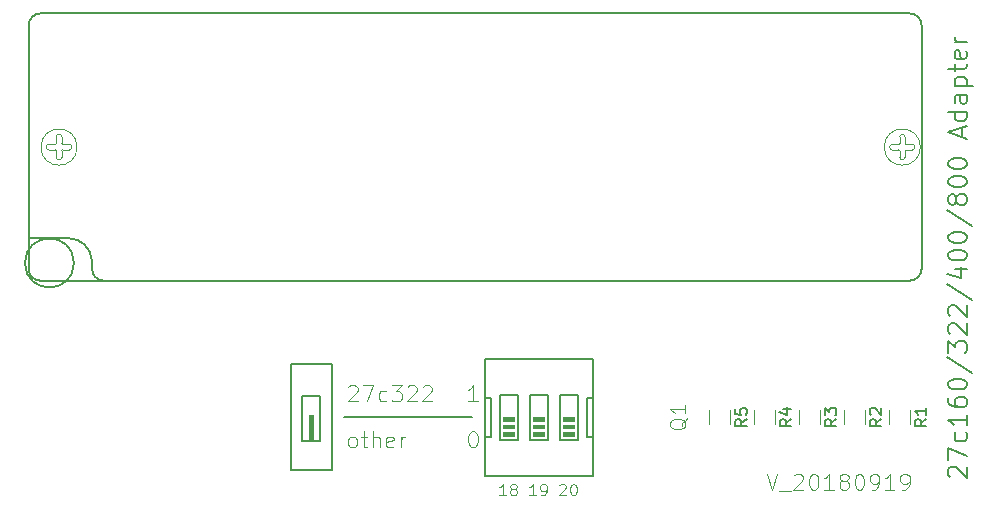
<source format=gbr>
G04 #@! TF.GenerationSoftware,KiCad,Pcbnew,(5.0.0)*
G04 #@! TF.CreationDate,2018-09-19T20:24:58-05:00*
G04 #@! TF.ProjectId,27C160_Adapter,3237433136305F416461707465722E6B,1.0*
G04 #@! TF.SameCoordinates,Original*
G04 #@! TF.FileFunction,Legend,Top*
G04 #@! TF.FilePolarity,Positive*
%FSLAX46Y46*%
G04 Gerber Fmt 4.6, Leading zero omitted, Abs format (unit mm)*
G04 Created by KiCad (PCBNEW (5.0.0)) date 09/19/18 20:24:58*
%MOMM*%
%LPD*%
G01*
G04 APERTURE LIST*
%ADD10C,0.113792*%
%ADD11C,0.134112*%
%ADD12C,0.081280*%
%ADD13C,0.150000*%
%ADD14C,0.120000*%
%ADD15C,0.152400*%
%ADD16C,0.100000*%
%ADD17C,0.127000*%
%ADD18C,0.203200*%
%ADD19C,0.101600*%
G04 APERTURE END LIST*
D10*
X170908438Y-123775893D02*
X171358864Y-125127173D01*
X171809291Y-123775893D01*
X171937984Y-125255866D02*
X172967531Y-125255866D01*
X173224918Y-123904586D02*
X173289264Y-123840240D01*
X173417958Y-123775893D01*
X173739691Y-123775893D01*
X173868384Y-123840240D01*
X173932731Y-123904586D01*
X173997078Y-124033280D01*
X173997078Y-124161973D01*
X173932731Y-124355013D01*
X173160571Y-125127173D01*
X173997078Y-125127173D01*
X174833584Y-123775893D02*
X174962278Y-123775893D01*
X175090971Y-123840240D01*
X175155318Y-123904586D01*
X175219664Y-124033280D01*
X175284011Y-124290666D01*
X175284011Y-124612400D01*
X175219664Y-124869786D01*
X175155318Y-124998480D01*
X175090971Y-125062826D01*
X174962278Y-125127173D01*
X174833584Y-125127173D01*
X174704891Y-125062826D01*
X174640544Y-124998480D01*
X174576198Y-124869786D01*
X174511851Y-124612400D01*
X174511851Y-124290666D01*
X174576198Y-124033280D01*
X174640544Y-123904586D01*
X174704891Y-123840240D01*
X174833584Y-123775893D01*
X176570944Y-125127173D02*
X175798784Y-125127173D01*
X176184864Y-125127173D02*
X176184864Y-123775893D01*
X176056171Y-123968933D01*
X175927478Y-124097626D01*
X175798784Y-124161973D01*
X177343104Y-124355013D02*
X177214411Y-124290666D01*
X177150064Y-124226320D01*
X177085718Y-124097626D01*
X177085718Y-124033280D01*
X177150064Y-123904586D01*
X177214411Y-123840240D01*
X177343104Y-123775893D01*
X177600491Y-123775893D01*
X177729184Y-123840240D01*
X177793531Y-123904586D01*
X177857878Y-124033280D01*
X177857878Y-124097626D01*
X177793531Y-124226320D01*
X177729184Y-124290666D01*
X177600491Y-124355013D01*
X177343104Y-124355013D01*
X177214411Y-124419360D01*
X177150064Y-124483706D01*
X177085718Y-124612400D01*
X177085718Y-124869786D01*
X177150064Y-124998480D01*
X177214411Y-125062826D01*
X177343104Y-125127173D01*
X177600491Y-125127173D01*
X177729184Y-125062826D01*
X177793531Y-124998480D01*
X177857878Y-124869786D01*
X177857878Y-124612400D01*
X177793531Y-124483706D01*
X177729184Y-124419360D01*
X177600491Y-124355013D01*
X178694384Y-123775893D02*
X178823078Y-123775893D01*
X178951771Y-123840240D01*
X179016118Y-123904586D01*
X179080464Y-124033280D01*
X179144811Y-124290666D01*
X179144811Y-124612400D01*
X179080464Y-124869786D01*
X179016118Y-124998480D01*
X178951771Y-125062826D01*
X178823078Y-125127173D01*
X178694384Y-125127173D01*
X178565691Y-125062826D01*
X178501344Y-124998480D01*
X178436998Y-124869786D01*
X178372651Y-124612400D01*
X178372651Y-124290666D01*
X178436998Y-124033280D01*
X178501344Y-123904586D01*
X178565691Y-123840240D01*
X178694384Y-123775893D01*
X179788278Y-125127173D02*
X180045664Y-125127173D01*
X180174358Y-125062826D01*
X180238704Y-124998480D01*
X180367398Y-124805440D01*
X180431744Y-124548053D01*
X180431744Y-124033280D01*
X180367398Y-123904586D01*
X180303051Y-123840240D01*
X180174358Y-123775893D01*
X179916971Y-123775893D01*
X179788278Y-123840240D01*
X179723931Y-123904586D01*
X179659584Y-124033280D01*
X179659584Y-124355013D01*
X179723931Y-124483706D01*
X179788278Y-124548053D01*
X179916971Y-124612400D01*
X180174358Y-124612400D01*
X180303051Y-124548053D01*
X180367398Y-124483706D01*
X180431744Y-124355013D01*
X181718678Y-125127173D02*
X180946518Y-125127173D01*
X181332598Y-125127173D02*
X181332598Y-123775893D01*
X181203904Y-123968933D01*
X181075211Y-124097626D01*
X180946518Y-124161973D01*
X182362144Y-125127173D02*
X182619531Y-125127173D01*
X182748224Y-125062826D01*
X182812571Y-124998480D01*
X182941264Y-124805440D01*
X183005611Y-124548053D01*
X183005611Y-124033280D01*
X182941264Y-123904586D01*
X182876918Y-123840240D01*
X182748224Y-123775893D01*
X182490838Y-123775893D01*
X182362144Y-123840240D01*
X182297798Y-123904586D01*
X182233451Y-124033280D01*
X182233451Y-124355013D01*
X182297798Y-124483706D01*
X182362144Y-124548053D01*
X182490838Y-124612400D01*
X182748224Y-124612400D01*
X182876918Y-124548053D01*
X182941264Y-124483706D01*
X183005611Y-124355013D01*
D11*
X186443257Y-124069478D02*
X186367420Y-123993641D01*
X186291582Y-123841967D01*
X186291582Y-123462781D01*
X186367420Y-123311107D01*
X186443257Y-123235270D01*
X186594931Y-123159432D01*
X186746605Y-123159432D01*
X186974117Y-123235270D01*
X187884162Y-124145315D01*
X187884162Y-123159432D01*
X186291582Y-122628572D02*
X186291582Y-121566852D01*
X187884162Y-122249387D01*
X187808325Y-120277621D02*
X187884162Y-120429295D01*
X187884162Y-120732644D01*
X187808325Y-120884318D01*
X187732488Y-120960155D01*
X187580814Y-121035992D01*
X187125791Y-121035992D01*
X186974117Y-120960155D01*
X186898280Y-120884318D01*
X186822442Y-120732644D01*
X186822442Y-120429295D01*
X186898280Y-120277621D01*
X187884162Y-118760878D02*
X187884162Y-119670924D01*
X187884162Y-119215901D02*
X186291582Y-119215901D01*
X186519094Y-119367575D01*
X186670768Y-119519250D01*
X186746605Y-119670924D01*
X186291582Y-117395810D02*
X186291582Y-117699158D01*
X186367420Y-117850832D01*
X186443257Y-117926670D01*
X186670768Y-118078344D01*
X186974117Y-118154181D01*
X187580814Y-118154181D01*
X187732488Y-118078344D01*
X187808325Y-118002507D01*
X187884162Y-117850832D01*
X187884162Y-117547484D01*
X187808325Y-117395810D01*
X187732488Y-117319972D01*
X187580814Y-117244135D01*
X187201628Y-117244135D01*
X187049954Y-117319972D01*
X186974117Y-117395810D01*
X186898280Y-117547484D01*
X186898280Y-117850832D01*
X186974117Y-118002507D01*
X187049954Y-118078344D01*
X187201628Y-118154181D01*
X186291582Y-116258252D02*
X186291582Y-116106578D01*
X186367420Y-115954904D01*
X186443257Y-115879067D01*
X186594931Y-115803230D01*
X186898280Y-115727392D01*
X187277465Y-115727392D01*
X187580814Y-115803230D01*
X187732488Y-115879067D01*
X187808325Y-115954904D01*
X187884162Y-116106578D01*
X187884162Y-116258252D01*
X187808325Y-116409927D01*
X187732488Y-116485764D01*
X187580814Y-116561601D01*
X187277465Y-116637438D01*
X186898280Y-116637438D01*
X186594931Y-116561601D01*
X186443257Y-116485764D01*
X186367420Y-116409927D01*
X186291582Y-116258252D01*
X186215745Y-113907301D02*
X188263348Y-115272370D01*
X186291582Y-113528115D02*
X186291582Y-112542232D01*
X186898280Y-113073092D01*
X186898280Y-112845581D01*
X186974117Y-112693907D01*
X187049954Y-112618070D01*
X187201628Y-112542232D01*
X187580814Y-112542232D01*
X187732488Y-112618070D01*
X187808325Y-112693907D01*
X187884162Y-112845581D01*
X187884162Y-113300604D01*
X187808325Y-113452278D01*
X187732488Y-113528115D01*
X186443257Y-111935535D02*
X186367420Y-111859698D01*
X186291582Y-111708024D01*
X186291582Y-111328838D01*
X186367420Y-111177164D01*
X186443257Y-111101327D01*
X186594931Y-111025490D01*
X186746605Y-111025490D01*
X186974117Y-111101327D01*
X187884162Y-112011372D01*
X187884162Y-111025490D01*
X186443257Y-110418792D02*
X186367420Y-110342955D01*
X186291582Y-110191281D01*
X186291582Y-109812095D01*
X186367420Y-109660421D01*
X186443257Y-109584584D01*
X186594931Y-109508747D01*
X186746605Y-109508747D01*
X186974117Y-109584584D01*
X187884162Y-110494630D01*
X187884162Y-109508747D01*
X186215745Y-107688655D02*
X188263348Y-109053724D01*
X186822442Y-106475261D02*
X187884162Y-106475261D01*
X186215745Y-106854447D02*
X187353302Y-107233632D01*
X187353302Y-106247750D01*
X186291582Y-105337704D02*
X186291582Y-105186030D01*
X186367420Y-105034355D01*
X186443257Y-104958518D01*
X186594931Y-104882681D01*
X186898280Y-104806844D01*
X187277465Y-104806844D01*
X187580814Y-104882681D01*
X187732488Y-104958518D01*
X187808325Y-105034355D01*
X187884162Y-105186030D01*
X187884162Y-105337704D01*
X187808325Y-105489378D01*
X187732488Y-105565215D01*
X187580814Y-105641052D01*
X187277465Y-105716890D01*
X186898280Y-105716890D01*
X186594931Y-105641052D01*
X186443257Y-105565215D01*
X186367420Y-105489378D01*
X186291582Y-105337704D01*
X186291582Y-103820961D02*
X186291582Y-103669287D01*
X186367420Y-103517612D01*
X186443257Y-103441775D01*
X186594931Y-103365938D01*
X186898280Y-103290101D01*
X187277465Y-103290101D01*
X187580814Y-103365938D01*
X187732488Y-103441775D01*
X187808325Y-103517612D01*
X187884162Y-103669287D01*
X187884162Y-103820961D01*
X187808325Y-103972635D01*
X187732488Y-104048472D01*
X187580814Y-104124310D01*
X187277465Y-104200147D01*
X186898280Y-104200147D01*
X186594931Y-104124310D01*
X186443257Y-104048472D01*
X186367420Y-103972635D01*
X186291582Y-103820961D01*
X186215745Y-101470010D02*
X188263348Y-102835078D01*
X186974117Y-100711638D02*
X186898280Y-100863312D01*
X186822442Y-100939150D01*
X186670768Y-101014987D01*
X186594931Y-101014987D01*
X186443257Y-100939150D01*
X186367420Y-100863312D01*
X186291582Y-100711638D01*
X186291582Y-100408290D01*
X186367420Y-100256615D01*
X186443257Y-100180778D01*
X186594931Y-100104941D01*
X186670768Y-100104941D01*
X186822442Y-100180778D01*
X186898280Y-100256615D01*
X186974117Y-100408290D01*
X186974117Y-100711638D01*
X187049954Y-100863312D01*
X187125791Y-100939150D01*
X187277465Y-101014987D01*
X187580814Y-101014987D01*
X187732488Y-100939150D01*
X187808325Y-100863312D01*
X187884162Y-100711638D01*
X187884162Y-100408290D01*
X187808325Y-100256615D01*
X187732488Y-100180778D01*
X187580814Y-100104941D01*
X187277465Y-100104941D01*
X187125791Y-100180778D01*
X187049954Y-100256615D01*
X186974117Y-100408290D01*
X186291582Y-99119058D02*
X186291582Y-98967384D01*
X186367420Y-98815710D01*
X186443257Y-98739872D01*
X186594931Y-98664035D01*
X186898280Y-98588198D01*
X187277465Y-98588198D01*
X187580814Y-98664035D01*
X187732488Y-98739872D01*
X187808325Y-98815710D01*
X187884162Y-98967384D01*
X187884162Y-99119058D01*
X187808325Y-99270732D01*
X187732488Y-99346570D01*
X187580814Y-99422407D01*
X187277465Y-99498244D01*
X186898280Y-99498244D01*
X186594931Y-99422407D01*
X186443257Y-99346570D01*
X186367420Y-99270732D01*
X186291582Y-99119058D01*
X186291582Y-97602315D02*
X186291582Y-97450641D01*
X186367420Y-97298967D01*
X186443257Y-97223130D01*
X186594931Y-97147292D01*
X186898280Y-97071455D01*
X187277465Y-97071455D01*
X187580814Y-97147292D01*
X187732488Y-97223130D01*
X187808325Y-97298967D01*
X187884162Y-97450641D01*
X187884162Y-97602315D01*
X187808325Y-97753990D01*
X187732488Y-97829827D01*
X187580814Y-97905664D01*
X187277465Y-97981501D01*
X186898280Y-97981501D01*
X186594931Y-97905664D01*
X186443257Y-97829827D01*
X186367420Y-97753990D01*
X186291582Y-97602315D01*
X187429140Y-95251364D02*
X187429140Y-94492992D01*
X187884162Y-95403038D02*
X186291582Y-94872178D01*
X187884162Y-94341318D01*
X187884162Y-93127924D02*
X186291582Y-93127924D01*
X187808325Y-93127924D02*
X187884162Y-93279598D01*
X187884162Y-93582947D01*
X187808325Y-93734621D01*
X187732488Y-93810458D01*
X187580814Y-93886295D01*
X187125791Y-93886295D01*
X186974117Y-93810458D01*
X186898280Y-93734621D01*
X186822442Y-93582947D01*
X186822442Y-93279598D01*
X186898280Y-93127924D01*
X187884162Y-91687018D02*
X187049954Y-91687018D01*
X186898280Y-91762855D01*
X186822442Y-91914530D01*
X186822442Y-92217878D01*
X186898280Y-92369552D01*
X187808325Y-91687018D02*
X187884162Y-91838692D01*
X187884162Y-92217878D01*
X187808325Y-92369552D01*
X187656651Y-92445390D01*
X187504977Y-92445390D01*
X187353302Y-92369552D01*
X187277465Y-92217878D01*
X187277465Y-91838692D01*
X187201628Y-91687018D01*
X186822442Y-90928647D02*
X188415022Y-90928647D01*
X186898280Y-90928647D02*
X186822442Y-90776972D01*
X186822442Y-90473624D01*
X186898280Y-90321950D01*
X186974117Y-90246112D01*
X187125791Y-90170275D01*
X187580814Y-90170275D01*
X187732488Y-90246112D01*
X187808325Y-90321950D01*
X187884162Y-90473624D01*
X187884162Y-90776972D01*
X187808325Y-90928647D01*
X186822442Y-89715252D02*
X186822442Y-89108555D01*
X186291582Y-89487741D02*
X187656651Y-89487741D01*
X187808325Y-89411904D01*
X187884162Y-89260230D01*
X187884162Y-89108555D01*
X187808325Y-87970998D02*
X187884162Y-88122672D01*
X187884162Y-88426021D01*
X187808325Y-88577695D01*
X187656651Y-88653532D01*
X187049954Y-88653532D01*
X186898280Y-88577695D01*
X186822442Y-88426021D01*
X186822442Y-88122672D01*
X186898280Y-87970998D01*
X187049954Y-87895161D01*
X187201628Y-87895161D01*
X187353302Y-88653532D01*
X187884162Y-87212627D02*
X186822442Y-87212627D01*
X187125791Y-87212627D02*
X186974117Y-87136790D01*
X186898280Y-87060952D01*
X186822442Y-86909278D01*
X186822442Y-86757604D01*
D12*
X148831082Y-125607838D02*
X148279539Y-125607838D01*
X148555310Y-125607838D02*
X148555310Y-124642638D01*
X148463387Y-124780523D01*
X148371463Y-124872447D01*
X148279539Y-124918409D01*
X149382625Y-125056295D02*
X149290701Y-125010333D01*
X149244739Y-124964371D01*
X149198777Y-124872447D01*
X149198777Y-124826485D01*
X149244739Y-124734561D01*
X149290701Y-124688600D01*
X149382625Y-124642638D01*
X149566472Y-124642638D01*
X149658396Y-124688600D01*
X149704358Y-124734561D01*
X149750320Y-124826485D01*
X149750320Y-124872447D01*
X149704358Y-124964371D01*
X149658396Y-125010333D01*
X149566472Y-125056295D01*
X149382625Y-125056295D01*
X149290701Y-125102257D01*
X149244739Y-125148219D01*
X149198777Y-125240142D01*
X149198777Y-125423990D01*
X149244739Y-125515914D01*
X149290701Y-125561876D01*
X149382625Y-125607838D01*
X149566472Y-125607838D01*
X149658396Y-125561876D01*
X149704358Y-125515914D01*
X149750320Y-125423990D01*
X149750320Y-125240142D01*
X149704358Y-125148219D01*
X149658396Y-125102257D01*
X149566472Y-125056295D01*
X151371082Y-125607838D02*
X150819539Y-125607838D01*
X151095310Y-125607838D02*
X151095310Y-124642638D01*
X151003387Y-124780523D01*
X150911463Y-124872447D01*
X150819539Y-124918409D01*
X151830701Y-125607838D02*
X152014548Y-125607838D01*
X152106472Y-125561876D01*
X152152434Y-125515914D01*
X152244358Y-125378028D01*
X152290320Y-125194180D01*
X152290320Y-124826485D01*
X152244358Y-124734561D01*
X152198396Y-124688600D01*
X152106472Y-124642638D01*
X151922625Y-124642638D01*
X151830701Y-124688600D01*
X151784739Y-124734561D01*
X151738777Y-124826485D01*
X151738777Y-125056295D01*
X151784739Y-125148219D01*
X151830701Y-125194180D01*
X151922625Y-125240142D01*
X152106472Y-125240142D01*
X152198396Y-125194180D01*
X152244358Y-125148219D01*
X152290320Y-125056295D01*
X153359539Y-124734561D02*
X153405501Y-124688600D01*
X153497425Y-124642638D01*
X153727234Y-124642638D01*
X153819158Y-124688600D01*
X153865120Y-124734561D01*
X153911082Y-124826485D01*
X153911082Y-124918409D01*
X153865120Y-125056295D01*
X153313577Y-125607838D01*
X153911082Y-125607838D01*
X154508587Y-124642638D02*
X154600510Y-124642638D01*
X154692434Y-124688600D01*
X154738396Y-124734561D01*
X154784358Y-124826485D01*
X154830320Y-125010333D01*
X154830320Y-125240142D01*
X154784358Y-125423990D01*
X154738396Y-125515914D01*
X154692434Y-125561876D01*
X154600510Y-125607838D01*
X154508587Y-125607838D01*
X154416663Y-125561876D01*
X154370701Y-125515914D01*
X154324739Y-125423990D01*
X154278777Y-125240142D01*
X154278777Y-125010333D01*
X154324739Y-124826485D01*
X154370701Y-124734561D01*
X154416663Y-124688600D01*
X154508587Y-124642638D01*
D13*
X135166100Y-118973600D02*
X145961100Y-118973600D01*
D10*
X135497451Y-116416666D02*
X135561798Y-116352320D01*
X135690491Y-116287973D01*
X136012224Y-116287973D01*
X136140918Y-116352320D01*
X136205264Y-116416666D01*
X136269611Y-116545360D01*
X136269611Y-116674053D01*
X136205264Y-116867093D01*
X135433104Y-117639253D01*
X136269611Y-117639253D01*
X136720038Y-116287973D02*
X137620891Y-116287973D01*
X137041771Y-117639253D01*
X138714784Y-117574906D02*
X138586091Y-117639253D01*
X138328704Y-117639253D01*
X138200011Y-117574906D01*
X138135664Y-117510560D01*
X138071318Y-117381866D01*
X138071318Y-116995786D01*
X138135664Y-116867093D01*
X138200011Y-116802746D01*
X138328704Y-116738400D01*
X138586091Y-116738400D01*
X138714784Y-116802746D01*
X139165211Y-116287973D02*
X140001718Y-116287973D01*
X139551291Y-116802746D01*
X139744331Y-116802746D01*
X139873024Y-116867093D01*
X139937371Y-116931440D01*
X140001718Y-117060133D01*
X140001718Y-117381866D01*
X139937371Y-117510560D01*
X139873024Y-117574906D01*
X139744331Y-117639253D01*
X139358251Y-117639253D01*
X139229558Y-117574906D01*
X139165211Y-117510560D01*
X140516491Y-116416666D02*
X140580838Y-116352320D01*
X140709531Y-116287973D01*
X141031264Y-116287973D01*
X141159958Y-116352320D01*
X141224304Y-116416666D01*
X141288651Y-116545360D01*
X141288651Y-116674053D01*
X141224304Y-116867093D01*
X140452144Y-117639253D01*
X141288651Y-117639253D01*
X141803424Y-116416666D02*
X141867771Y-116352320D01*
X141996464Y-116287973D01*
X142318198Y-116287973D01*
X142446891Y-116352320D01*
X142511238Y-116416666D01*
X142575584Y-116545360D01*
X142575584Y-116674053D01*
X142511238Y-116867093D01*
X141739078Y-117639253D01*
X142575584Y-117639253D01*
X135754838Y-121530533D02*
X135626144Y-121466186D01*
X135561798Y-121401840D01*
X135497451Y-121273146D01*
X135497451Y-120887066D01*
X135561798Y-120758373D01*
X135626144Y-120694026D01*
X135754838Y-120629680D01*
X135947878Y-120629680D01*
X136076571Y-120694026D01*
X136140918Y-120758373D01*
X136205264Y-120887066D01*
X136205264Y-121273146D01*
X136140918Y-121401840D01*
X136076571Y-121466186D01*
X135947878Y-121530533D01*
X135754838Y-121530533D01*
X136591344Y-120629680D02*
X137106118Y-120629680D01*
X136784384Y-120179253D02*
X136784384Y-121337493D01*
X136848731Y-121466186D01*
X136977424Y-121530533D01*
X137106118Y-121530533D01*
X137556544Y-121530533D02*
X137556544Y-120179253D01*
X138135664Y-121530533D02*
X138135664Y-120822720D01*
X138071318Y-120694026D01*
X137942624Y-120629680D01*
X137749584Y-120629680D01*
X137620891Y-120694026D01*
X137556544Y-120758373D01*
X139293904Y-121466186D02*
X139165211Y-121530533D01*
X138907824Y-121530533D01*
X138779131Y-121466186D01*
X138714784Y-121337493D01*
X138714784Y-120822720D01*
X138779131Y-120694026D01*
X138907824Y-120629680D01*
X139165211Y-120629680D01*
X139293904Y-120694026D01*
X139358251Y-120822720D01*
X139358251Y-120951413D01*
X138714784Y-121080106D01*
X139937371Y-121530533D02*
X139937371Y-120629680D01*
X139937371Y-120887066D02*
X140001718Y-120758373D01*
X140066064Y-120694026D01*
X140194758Y-120629680D01*
X140323451Y-120629680D01*
X146429611Y-117639253D02*
X145657451Y-117639253D01*
X146043531Y-117639253D02*
X146043531Y-116287973D01*
X145914838Y-116481013D01*
X145786144Y-116609706D01*
X145657451Y-116674053D01*
X145979184Y-120179253D02*
X146107878Y-120179253D01*
X146236571Y-120243600D01*
X146300918Y-120307946D01*
X146365264Y-120436640D01*
X146429611Y-120694026D01*
X146429611Y-121015760D01*
X146365264Y-121273146D01*
X146300918Y-121401840D01*
X146236571Y-121466186D01*
X146107878Y-121530533D01*
X145979184Y-121530533D01*
X145850491Y-121466186D01*
X145786144Y-121401840D01*
X145721798Y-121273146D01*
X145657451Y-121015760D01*
X145657451Y-120694026D01*
X145721798Y-120436640D01*
X145786144Y-120307946D01*
X145850491Y-120243600D01*
X145979184Y-120179253D01*
D14*
G04 #@! TO.C,R1*
X181246000Y-118371936D02*
X181246000Y-119576064D01*
X183066000Y-118371936D02*
X183066000Y-119576064D01*
G04 #@! TO.C,R2*
X177436000Y-118371936D02*
X177436000Y-119576064D01*
X179256000Y-118371936D02*
X179256000Y-119576064D01*
G04 #@! TO.C,R3*
X173626000Y-118371936D02*
X173626000Y-119576064D01*
X175446000Y-118371936D02*
X175446000Y-119576064D01*
G04 #@! TO.C,R4*
X169816000Y-118371936D02*
X169816000Y-119576064D01*
X171636000Y-118371936D02*
X171636000Y-119576064D01*
G04 #@! TO.C,R5*
X167826000Y-119576064D02*
X167826000Y-118371936D01*
X166006000Y-119576064D02*
X166006000Y-118371936D01*
D15*
G04 #@! TO.C,SW2*
X147104000Y-123927000D02*
X156248000Y-123927000D01*
X156248000Y-114021000D02*
X147104000Y-114021000D01*
X147104000Y-114021000D02*
X147104000Y-117323000D01*
X147104000Y-120625000D02*
X147612000Y-120625000D01*
X147612000Y-120625000D02*
X147612000Y-117323000D01*
X147612000Y-117323000D02*
X147104000Y-117323000D01*
X147104000Y-120625000D02*
X147104000Y-123927000D01*
X147104000Y-117323000D02*
X147104000Y-120625000D01*
X156248000Y-123927000D02*
X156248000Y-120625000D01*
X156248000Y-117323000D02*
X155740000Y-117323000D01*
X155740000Y-117323000D02*
X155740000Y-120625000D01*
X155740000Y-120625000D02*
X156248000Y-120625000D01*
X156248000Y-117323000D02*
X156248000Y-114021000D01*
X156248000Y-120625000D02*
X156248000Y-117323000D01*
X153454000Y-117069000D02*
X153454000Y-120879000D01*
X153454000Y-117069000D02*
X154978000Y-117069000D01*
X154978000Y-120879000D02*
X154978000Y-117069000D01*
X154978000Y-120879000D02*
X153454000Y-120879000D01*
X150914000Y-117069000D02*
X150914000Y-120879000D01*
X150914000Y-117069000D02*
X152438000Y-117069000D01*
X152438000Y-120879000D02*
X152438000Y-117069000D01*
X152438000Y-120879000D02*
X150914000Y-120879000D01*
X148374000Y-117069000D02*
X148374000Y-120879000D01*
X148374000Y-117069000D02*
X149898000Y-117069000D01*
X149898000Y-120879000D02*
X149898000Y-117069000D01*
X149898000Y-120879000D02*
X148374000Y-120879000D01*
D16*
G36*
X153708000Y-119355000D02*
X154724000Y-119355000D01*
X154724000Y-118974000D01*
X153708000Y-118974000D01*
X153708000Y-119355000D01*
G37*
G36*
X153708000Y-119990000D02*
X154724000Y-119990000D01*
X154724000Y-119609000D01*
X153708000Y-119609000D01*
X153708000Y-119990000D01*
G37*
G36*
X153708000Y-120625000D02*
X154724000Y-120625000D01*
X154724000Y-120244000D01*
X153708000Y-120244000D01*
X153708000Y-120625000D01*
G37*
G36*
X151168000Y-119355000D02*
X152184000Y-119355000D01*
X152184000Y-118974000D01*
X151168000Y-118974000D01*
X151168000Y-119355000D01*
G37*
G36*
X151168000Y-119990000D02*
X152184000Y-119990000D01*
X152184000Y-119609000D01*
X151168000Y-119609000D01*
X151168000Y-119990000D01*
G37*
G36*
X151168000Y-120625000D02*
X152184000Y-120625000D01*
X152184000Y-120244000D01*
X151168000Y-120244000D01*
X151168000Y-120625000D01*
G37*
G36*
X148628000Y-119355000D02*
X149644000Y-119355000D01*
X149644000Y-118974000D01*
X148628000Y-118974000D01*
X148628000Y-119355000D01*
G37*
G36*
X148628000Y-119990000D02*
X149644000Y-119990000D01*
X149644000Y-119609000D01*
X148628000Y-119609000D01*
X148628000Y-119990000D01*
G37*
G36*
X148628000Y-120625000D02*
X149644000Y-120625000D01*
X149644000Y-120244000D01*
X148628000Y-120244000D01*
X148628000Y-120625000D01*
G37*
D17*
G04 #@! TO.C,SW1*
X134106000Y-123474000D02*
X134106000Y-114474000D01*
X134106000Y-114474000D02*
X130606000Y-114474000D01*
X130606000Y-114474000D02*
X130606000Y-123474000D01*
X130606000Y-123474000D02*
X134106000Y-123474000D01*
X131606000Y-118724000D02*
X131606000Y-117224000D01*
X131606000Y-117224000D02*
X133106000Y-117224000D01*
X133106000Y-117224000D02*
X133106000Y-118724000D01*
X131606000Y-117224000D02*
X131606000Y-120974000D01*
X131606000Y-120974000D02*
X133106000Y-120974000D01*
X133106000Y-120974000D02*
X133106000Y-117224000D01*
X133106000Y-117224000D02*
X131606000Y-117224000D01*
D16*
G36*
X132546500Y-121069500D02*
X132546500Y-120053500D01*
X132165500Y-120053500D01*
X132165500Y-121069500D01*
X132546500Y-121069500D01*
G37*
G36*
X132546500Y-120434500D02*
X132546500Y-119418500D01*
X132165500Y-119418500D01*
X132165500Y-120434500D01*
X132546500Y-120434500D01*
G37*
G36*
X132546500Y-119799500D02*
X132546500Y-118783500D01*
X132165500Y-118783500D01*
X132165500Y-119799500D01*
X132546500Y-119799500D01*
G37*
D18*
G04 #@! TO.C,ZX1*
X109426000Y-84803600D02*
G75*
G03X108426000Y-85803600I0J-1000000D01*
G01*
X109426000Y-84803600D02*
X183026000Y-84803600D01*
X184026000Y-85803600D02*
G75*
G03X183026000Y-84803600I-1000000J0D01*
G01*
X184026000Y-85803600D02*
X184026000Y-106423600D01*
X183026000Y-107423600D02*
G75*
G03X184026000Y-106423600I0J1000000D01*
G01*
X183026000Y-107423600D02*
X109426000Y-107423600D01*
X108426000Y-106423600D02*
G75*
G03X109426000Y-107423600I1000000J0D01*
G01*
X108426000Y-106423600D02*
X108426000Y-85803600D01*
D19*
X110766000Y-95803600D02*
X110766000Y-95263600D01*
X110996000Y-95033600D02*
G75*
G03X110766000Y-95263600I0J-230000D01*
G01*
X111226000Y-95263600D02*
G75*
G03X110996000Y-95033600I-230000J0D01*
G01*
X111226000Y-95263600D02*
X111226000Y-95813600D01*
D18*
X108536000Y-103823600D02*
X111786000Y-103823600D01*
X113786000Y-105773598D02*
G75*
G03X111786000Y-103823600I-1999959J-50601D01*
G01*
X113786000Y-105773600D02*
X113786000Y-106423600D01*
X114836002Y-107423599D02*
G75*
G02X113786000Y-106423600I-48811J1000000D01*
G01*
D19*
X110686000Y-96343600D02*
X110146000Y-96343600D01*
X109916000Y-96113600D02*
G75*
G03X110146000Y-96343600I230000J0D01*
G01*
X110146000Y-95883600D02*
G75*
G03X109916000Y-96113600I0J-230000D01*
G01*
X110146000Y-95883600D02*
X110696000Y-95883600D01*
X110766000Y-95813600D02*
G75*
G02X110696000Y-95883600I-70000J0D01*
G01*
X110686000Y-96343600D02*
G75*
G02X110756000Y-96413600I0J-70000D01*
G01*
X111226000Y-96423600D02*
X111226000Y-96963600D01*
X110996000Y-97193600D02*
G75*
G03X111226000Y-96963600I0J230000D01*
G01*
X110766000Y-96963600D02*
G75*
G03X110996000Y-97193600I230000J0D01*
G01*
X110766000Y-96963600D02*
X110766000Y-96413600D01*
X111306000Y-95883600D02*
X111846000Y-95883600D01*
X112076000Y-96113600D02*
G75*
G03X111846000Y-95883600I-230000J0D01*
G01*
X111846000Y-96343600D02*
G75*
G03X112076000Y-96113600I0J230000D01*
G01*
X111846000Y-96343600D02*
X111296000Y-96343600D01*
X111226000Y-96413600D02*
G75*
G02X111296000Y-96343600I70000J0D01*
G01*
X111296000Y-95883600D02*
G75*
G02X111226000Y-95813600I0J70000D01*
G01*
X182166000Y-95803600D02*
X182166000Y-95263600D01*
X182396000Y-95033600D02*
G75*
G03X182166000Y-95263600I0J-230000D01*
G01*
X182626000Y-95263600D02*
G75*
G03X182396000Y-95033600I-230000J0D01*
G01*
X182626000Y-95263600D02*
X182626000Y-95813600D01*
X182086000Y-96343600D02*
X181546000Y-96343600D01*
X181316000Y-96113600D02*
G75*
G03X181546000Y-96343600I230000J0D01*
G01*
X181546000Y-95883600D02*
G75*
G03X181316000Y-96113600I0J-230000D01*
G01*
X181546000Y-95883600D02*
X182096000Y-95883600D01*
X182166000Y-95813600D02*
G75*
G02X182096000Y-95883600I-70000J0D01*
G01*
X182086000Y-96343600D02*
G75*
G02X182156000Y-96413600I0J-70000D01*
G01*
X182626000Y-96423600D02*
X182626000Y-96963600D01*
X182396000Y-97193600D02*
G75*
G03X182626000Y-96963600I0J230000D01*
G01*
X182166000Y-96963600D02*
G75*
G03X182396000Y-97193600I230000J0D01*
G01*
X182166000Y-96963600D02*
X182166000Y-96413600D01*
X182706000Y-95883600D02*
X183246000Y-95883600D01*
X183476000Y-96113600D02*
G75*
G03X183246000Y-95883600I-230000J0D01*
G01*
X183246000Y-96343600D02*
G75*
G03X183476000Y-96113600I0J230000D01*
G01*
X183246000Y-96343600D02*
X182696000Y-96343600D01*
X182626000Y-96413600D02*
G75*
G02X182696000Y-96343600I70000J0D01*
G01*
X182696000Y-95883600D02*
G75*
G02X182626000Y-95813600I0J70000D01*
G01*
X112526000Y-96113600D02*
G75*
G03X112526000Y-96113600I-1530000J0D01*
G01*
D18*
X112257800Y-105923600D02*
G75*
G03X112257800Y-105923600I-2071800J0D01*
G01*
D19*
X183926000Y-96113600D02*
G75*
G03X183926000Y-96113600I-1530000J0D01*
G01*
G04 #@! TO.C,R1*
D13*
X184428380Y-119140666D02*
X183952190Y-119474000D01*
X184428380Y-119712095D02*
X183428380Y-119712095D01*
X183428380Y-119331142D01*
X183476000Y-119235904D01*
X183523619Y-119188285D01*
X183618857Y-119140666D01*
X183761714Y-119140666D01*
X183856952Y-119188285D01*
X183904571Y-119235904D01*
X183952190Y-119331142D01*
X183952190Y-119712095D01*
X184428380Y-118188285D02*
X184428380Y-118759714D01*
X184428380Y-118474000D02*
X183428380Y-118474000D01*
X183571238Y-118569238D01*
X183666476Y-118664476D01*
X183714095Y-118759714D01*
G04 #@! TO.C,R2*
X180618380Y-119140666D02*
X180142190Y-119474000D01*
X180618380Y-119712095D02*
X179618380Y-119712095D01*
X179618380Y-119331142D01*
X179666000Y-119235904D01*
X179713619Y-119188285D01*
X179808857Y-119140666D01*
X179951714Y-119140666D01*
X180046952Y-119188285D01*
X180094571Y-119235904D01*
X180142190Y-119331142D01*
X180142190Y-119712095D01*
X179713619Y-118759714D02*
X179666000Y-118712095D01*
X179618380Y-118616857D01*
X179618380Y-118378761D01*
X179666000Y-118283523D01*
X179713619Y-118235904D01*
X179808857Y-118188285D01*
X179904095Y-118188285D01*
X180046952Y-118235904D01*
X180618380Y-118807333D01*
X180618380Y-118188285D01*
G04 #@! TO.C,R3*
X176808380Y-119140666D02*
X176332190Y-119474000D01*
X176808380Y-119712095D02*
X175808380Y-119712095D01*
X175808380Y-119331142D01*
X175856000Y-119235904D01*
X175903619Y-119188285D01*
X175998857Y-119140666D01*
X176141714Y-119140666D01*
X176236952Y-119188285D01*
X176284571Y-119235904D01*
X176332190Y-119331142D01*
X176332190Y-119712095D01*
X175808380Y-118807333D02*
X175808380Y-118188285D01*
X176189333Y-118521619D01*
X176189333Y-118378761D01*
X176236952Y-118283523D01*
X176284571Y-118235904D01*
X176379809Y-118188285D01*
X176617904Y-118188285D01*
X176713142Y-118235904D01*
X176760761Y-118283523D01*
X176808380Y-118378761D01*
X176808380Y-118664476D01*
X176760761Y-118759714D01*
X176713142Y-118807333D01*
G04 #@! TO.C,R4*
X172998380Y-119140666D02*
X172522190Y-119474000D01*
X172998380Y-119712095D02*
X171998380Y-119712095D01*
X171998380Y-119331142D01*
X172046000Y-119235904D01*
X172093619Y-119188285D01*
X172188857Y-119140666D01*
X172331714Y-119140666D01*
X172426952Y-119188285D01*
X172474571Y-119235904D01*
X172522190Y-119331142D01*
X172522190Y-119712095D01*
X172331714Y-118283523D02*
X172998380Y-118283523D01*
X171950761Y-118521619D02*
X172665047Y-118759714D01*
X172665047Y-118140666D01*
G04 #@! TO.C,R5*
X169232840Y-119163126D02*
X168756650Y-119496460D01*
X169232840Y-119734555D02*
X168232840Y-119734555D01*
X168232840Y-119353602D01*
X168280460Y-119258364D01*
X168328079Y-119210745D01*
X168423317Y-119163126D01*
X168566174Y-119163126D01*
X168661412Y-119210745D01*
X168709031Y-119258364D01*
X168756650Y-119353602D01*
X168756650Y-119734555D01*
X168232840Y-118258364D02*
X168232840Y-118734555D01*
X168709031Y-118782174D01*
X168661412Y-118734555D01*
X168613793Y-118639317D01*
X168613793Y-118401221D01*
X168661412Y-118305983D01*
X168709031Y-118258364D01*
X168804269Y-118210745D01*
X169042364Y-118210745D01*
X169137602Y-118258364D01*
X169185221Y-118305983D01*
X169232840Y-118401221D01*
X169232840Y-118639317D01*
X169185221Y-118734555D01*
X169137602Y-118782174D01*
G04 #@! TO.C,Q1*
D19*
X164136856Y-119086932D02*
X164076380Y-119207884D01*
X163955427Y-119328837D01*
X163773999Y-119510265D01*
X163713522Y-119631218D01*
X163713522Y-119752170D01*
X164015903Y-119691694D02*
X163955427Y-119812646D01*
X163834475Y-119933599D01*
X163592570Y-119994075D01*
X163169237Y-119994075D01*
X162927332Y-119933599D01*
X162806380Y-119812646D01*
X162745903Y-119691694D01*
X162745903Y-119449789D01*
X162806380Y-119328837D01*
X162927332Y-119207884D01*
X163169237Y-119147408D01*
X163592570Y-119147408D01*
X163834475Y-119207884D01*
X163955427Y-119328837D01*
X164015903Y-119449789D01*
X164015903Y-119691694D01*
X164015903Y-117937884D02*
X164015903Y-118663599D01*
X164015903Y-118300741D02*
X162745903Y-118300741D01*
X162927332Y-118421694D01*
X163048284Y-118542646D01*
X163108760Y-118663599D01*
G04 #@! TD*
M02*

</source>
